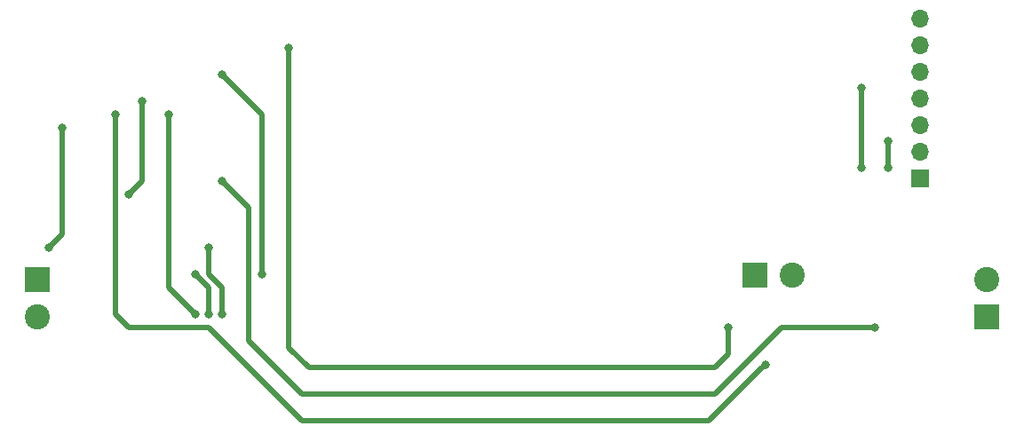
<source format=gbr>
G04 #@! TF.GenerationSoftware,KiCad,Pcbnew,5.1.5+dfsg1-2build2*
G04 #@! TF.CreationDate,2021-02-04T00:17:01-05:00*
G04 #@! TF.ProjectId,hbridgechassis,68627269-6467-4656-9368-61737369732e,rev?*
G04 #@! TF.SameCoordinates,Original*
G04 #@! TF.FileFunction,Copper,L2,Bot*
G04 #@! TF.FilePolarity,Positive*
%FSLAX46Y46*%
G04 Gerber Fmt 4.6, Leading zero omitted, Abs format (unit mm)*
G04 Created by KiCad (PCBNEW 5.1.5+dfsg1-2build2) date 2021-02-04 00:17:01*
%MOMM*%
%LPD*%
G04 APERTURE LIST*
%ADD10O,1.700000X1.700000*%
%ADD11R,1.700000X1.700000*%
%ADD12C,2.400000*%
%ADD13R,2.400000X2.400000*%
%ADD14C,0.800000*%
%ADD15C,0.500000*%
G04 APERTURE END LIST*
D10*
X138912600Y-53060600D03*
X138912600Y-55600600D03*
X138912600Y-58140600D03*
X138912600Y-60680600D03*
X138912600Y-63220600D03*
X138912600Y-65760600D03*
D11*
X138912600Y-68300600D03*
D12*
X145288000Y-77978000D03*
D13*
X145288000Y-81478000D03*
D12*
X54712000Y-81478000D03*
D13*
X54712000Y-77978000D03*
D12*
X126690000Y-77500000D03*
D13*
X123190000Y-77500000D03*
D14*
X57150000Y-63500000D03*
X55880000Y-74930000D03*
X67310000Y-62230000D03*
X69850000Y-81279996D03*
X72390000Y-68580000D03*
X134620000Y-82550000D03*
X76200000Y-77470000D03*
X72390000Y-58420000D03*
X69849994Y-77470000D03*
X71120000Y-81279998D03*
X71120000Y-74930000D03*
X72390000Y-81280000D03*
X62230000Y-62230000D03*
X124138986Y-86038987D03*
X135890000Y-67310000D03*
X135890000Y-64770000D03*
X133350000Y-67310000D03*
X133350000Y-59689984D03*
X63500000Y-69850000D03*
X64770000Y-60960000D03*
X78740000Y-55880000D03*
X120650000Y-82550000D03*
D15*
X57150000Y-63500000D02*
X57150000Y-73660000D01*
X57150000Y-73660000D02*
X55880000Y-74930000D01*
X69450001Y-80879997D02*
X69850000Y-81279996D01*
X67310000Y-62230000D02*
X67310000Y-78739996D01*
X67310000Y-78739996D02*
X69450001Y-80879997D01*
X125730000Y-82550000D02*
X134620000Y-82550000D01*
X119380000Y-88900000D02*
X125730000Y-82550000D01*
X80010000Y-88900000D02*
X119380000Y-88900000D01*
X74930000Y-83820000D02*
X80010000Y-88900000D01*
X74930000Y-71120000D02*
X74930000Y-83820000D01*
X72390000Y-68580000D02*
X74930000Y-71120000D01*
X76200000Y-62230000D02*
X72390000Y-58420000D01*
X76200000Y-77470000D02*
X76200000Y-62230000D01*
X71120000Y-78740006D02*
X71120000Y-81279998D01*
X69849994Y-77470000D02*
X71120000Y-78740006D01*
X72390000Y-78740000D02*
X72390000Y-81280000D01*
X71120000Y-77470000D02*
X72390000Y-78740000D01*
X71120000Y-74930000D02*
X71120000Y-77470000D01*
X62230000Y-62230000D02*
X62230000Y-81280000D01*
X80010000Y-91440000D02*
X118737973Y-91440000D01*
X63500000Y-82550000D02*
X71120000Y-82550000D01*
X62230000Y-81280000D02*
X63500000Y-82550000D01*
X123738987Y-86438986D02*
X124138986Y-86038987D01*
X71120000Y-82550000D02*
X80010000Y-91440000D01*
X118737973Y-91440000D02*
X123738987Y-86438986D01*
X135890000Y-67310000D02*
X135890000Y-64770000D01*
X133350000Y-67310000D02*
X133350000Y-59689984D01*
X64770000Y-68580000D02*
X64770000Y-60960000D01*
X63500000Y-69850000D02*
X64770000Y-68580000D01*
X119380000Y-86360000D02*
X120650000Y-85090000D01*
X120650000Y-85090000D02*
X120650000Y-82550000D01*
X80645000Y-86360000D02*
X119380000Y-86360000D01*
X78740000Y-84455000D02*
X80645000Y-86360000D01*
X78740000Y-55880000D02*
X78740000Y-84455000D01*
M02*

</source>
